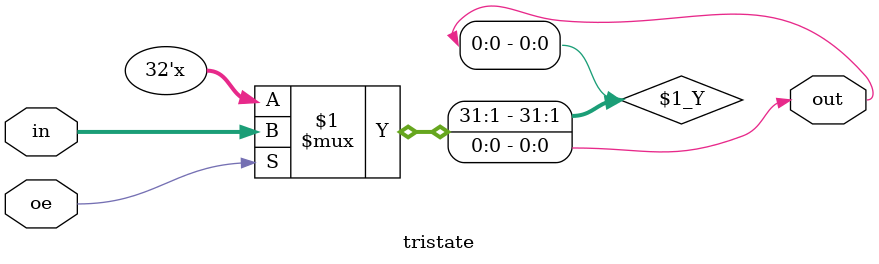
<source format=v>
module tristate(in, oe, out);
	
	input oe;
	input [31:0] in;
	output out;
	
	assign out = oe ? in : 32'bz;

endmodule
</source>
